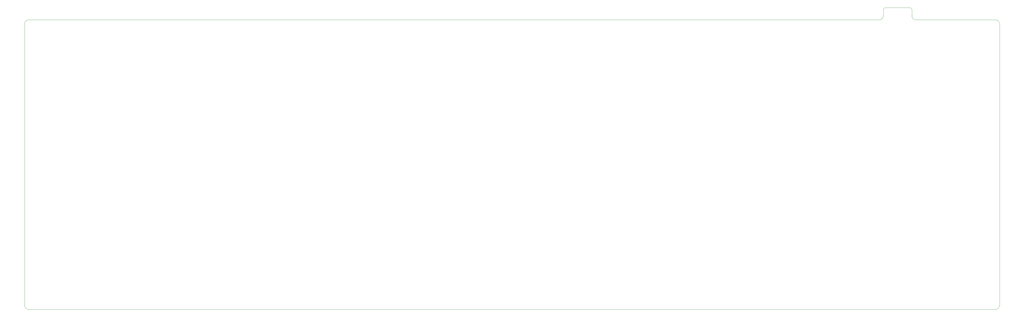
<source format=gm1>
%TF.GenerationSoftware,KiCad,Pcbnew,7.0.7*%
%TF.CreationDate,2023-09-25T11:45:10+09:00*%
%TF.ProjectId,Duet-Switch-Tester,44756574-2d53-4776-9974-63682d546573,rev?*%
%TF.SameCoordinates,Original*%
%TF.FileFunction,Profile,NP*%
%FSLAX46Y46*%
G04 Gerber Fmt 4.6, Leading zero omitted, Abs format (unit mm)*
G04 Created by KiCad (PCBNEW 7.0.7) date 2023-09-25 11:45:10*
%MOMM*%
%LPD*%
G01*
G04 APERTURE LIST*
%TA.AperFunction,Profile*%
%ADD10C,0.100000*%
%TD*%
G04 APERTURE END LIST*
D10*
X418306250Y-40481250D02*
G75*
G03*
X416718750Y-38893750I-1587550J-50D01*
G01*
X416718750Y-151606250D02*
X40481250Y-151606250D01*
X40481250Y-38893750D02*
X371475000Y-38893750D01*
X373062500Y-37306250D02*
X373062500Y-34925000D01*
X371475000Y-38893700D02*
G75*
G03*
X373062500Y-37306250I0J1587500D01*
G01*
X38893750Y-150018750D02*
G75*
G03*
X40481250Y-151606250I1587550J50D01*
G01*
X373856250Y-34131200D02*
G75*
G03*
X373062500Y-34925000I50J-793800D01*
G01*
X38893750Y-150018750D02*
X38893750Y-40481250D01*
X384174950Y-34925000D02*
G75*
G03*
X383381250Y-34131250I-793750J0D01*
G01*
X385762500Y-38893750D02*
X416718750Y-38893750D01*
X384175000Y-34925000D02*
X384175000Y-37306250D01*
X416718750Y-151606250D02*
G75*
G03*
X418306250Y-150018750I-50J1587550D01*
G01*
X384174950Y-37306250D02*
G75*
G03*
X385762500Y-38893750I1587550J50D01*
G01*
X40481250Y-38893750D02*
G75*
G03*
X38893750Y-40481250I0J-1587500D01*
G01*
X373856250Y-34131250D02*
X383381250Y-34131250D01*
X418306250Y-40481250D02*
X418306250Y-150018750D01*
M02*

</source>
